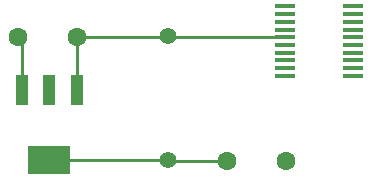
<source format=gtl>
G04 Layer: TopLayer*
G04 EasyEDA v6.5.40, 2024-08-10 13:38:48*
G04 cb6e2e9fbd21486d88ae5690d2d3dc00,10*
G04 Gerber Generator version 0.2*
G04 Scale: 100 percent, Rotated: No, Reflected: No *
G04 Dimensions in millimeters *
G04 leading zeros omitted , absolute positions ,4 integer and 5 decimal *
%FSLAX45Y45*%
%MOMM*%

%AMMACRO1*21,1,$1,$2,0,0,$3*%
%ADD10C,0.2540*%
%ADD11O,1.7420082X0.36400740000000004*%
%ADD12R,1.1000X2.5000*%
%ADD13MACRO1,3.6X2.34X0.0000*%
%ADD14C,1.4000*%
%ADD15C,1.6000*%

%LPD*%
D10*
X384987Y25400D02*
G01*
X417703Y-7315D01*
X417703Y-426923D01*
X884986Y25400D02*
G01*
X1646707Y25400D01*
X1651000Y29692D01*
X877696Y-426923D02*
G01*
X877696Y18110D01*
X884986Y25400D01*
X2646603Y19786D02*
G01*
X1660905Y19786D01*
X1651000Y29692D01*
X2150287Y-1028700D02*
G01*
X1659407Y-1028700D01*
X1651000Y-1020292D01*
X647700Y-1020902D02*
G01*
X1650390Y-1020902D01*
X1651000Y-1020292D01*
D11*
G01*
X2646603Y279806D03*
G01*
X2646603Y214807D03*
G01*
X2646603Y149809D03*
G01*
X2646603Y84810D03*
G01*
X2646603Y19786D03*
G01*
X2646603Y-45212D03*
G01*
X2646603Y-110210D03*
G01*
X2646603Y-175209D03*
G01*
X2646603Y-240207D03*
G01*
X2646603Y-305206D03*
G01*
X3220796Y279806D03*
G01*
X3220796Y214807D03*
G01*
X3220796Y149809D03*
G01*
X3220796Y84810D03*
G01*
X3220796Y19786D03*
G01*
X3220796Y-45212D03*
G01*
X3220796Y-110210D03*
G01*
X3220796Y-175209D03*
G01*
X3220796Y-240207D03*
G01*
X3220796Y-305206D03*
D12*
G01*
X877696Y-426918D03*
G01*
X647700Y-426918D03*
G01*
X417703Y-426918D03*
D13*
G01*
X647700Y-1020902D03*
D14*
G01*
X1651000Y-1020292D03*
G01*
X1651000Y29692D03*
D15*
G01*
X884986Y25400D03*
G01*
X384987Y25400D03*
G01*
X2650286Y-1028700D03*
G01*
X2150287Y-1028700D03*
M02*

</source>
